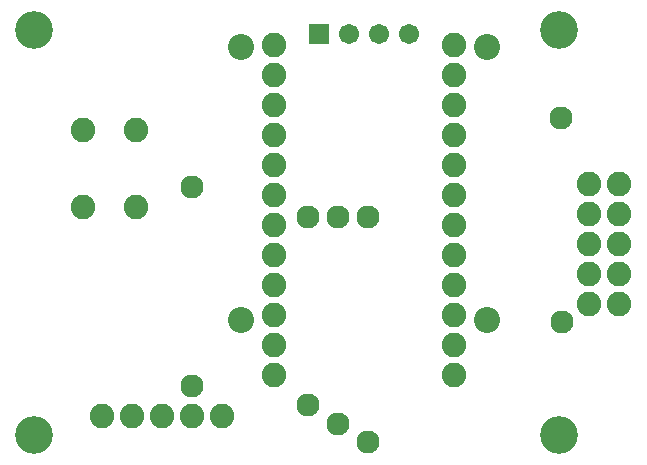
<source format=gbr>
G04 EAGLE Gerber RS-274X export*
G75*
%MOMM*%
%FSLAX34Y34*%
%LPD*%
%INSoldermask Bottom*%
%IPPOS*%
%AMOC8*
5,1,8,0,0,1.08239X$1,22.5*%
G01*
%ADD10C,3.200400*%
%ADD11C,2.082800*%
%ADD12R,1.711200X1.711200*%
%ADD13C,1.711200*%
%ADD14C,2.203200*%
%ADD15C,1.955800*%


D10*
X25400Y355600D03*
X25400Y12700D03*
X469900Y12700D03*
X469900Y355600D03*
D11*
X381000Y342900D03*
X381000Y317500D03*
X381000Y292100D03*
X381000Y266700D03*
X381000Y241300D03*
X381000Y215900D03*
X381000Y190500D03*
X381000Y165100D03*
X381000Y139700D03*
X381000Y114300D03*
X381000Y88900D03*
X381000Y63500D03*
X228600Y63500D03*
X228600Y88900D03*
X228600Y114300D03*
X228600Y139700D03*
X228600Y165100D03*
X228600Y190500D03*
X228600Y215900D03*
X228600Y241300D03*
X228600Y266700D03*
X228600Y292100D03*
X228600Y317500D03*
X228600Y342900D03*
D12*
X266700Y352425D03*
D13*
X292100Y352425D03*
X317500Y352425D03*
X342900Y352425D03*
D14*
X200660Y340995D03*
X408940Y340995D03*
X408940Y109855D03*
X200660Y109855D03*
D11*
X66294Y205613D03*
X66294Y270637D03*
X111506Y205613D03*
X111506Y270637D03*
X520700Y123825D03*
X495300Y123825D03*
X520700Y149225D03*
X495300Y149225D03*
X520700Y174625D03*
X495300Y174625D03*
X520700Y200025D03*
X495300Y200025D03*
X520700Y225425D03*
X495300Y225425D03*
X82550Y28575D03*
X107950Y28575D03*
X133350Y28575D03*
X158750Y28575D03*
X184150Y28575D03*
D15*
X307975Y196850D03*
X307975Y6350D03*
X282575Y196850D03*
X282575Y22225D03*
X257175Y196850D03*
X257175Y38100D03*
X471932Y108354D03*
X471488Y280988D03*
X158750Y53975D03*
X158750Y222250D03*
M02*

</source>
